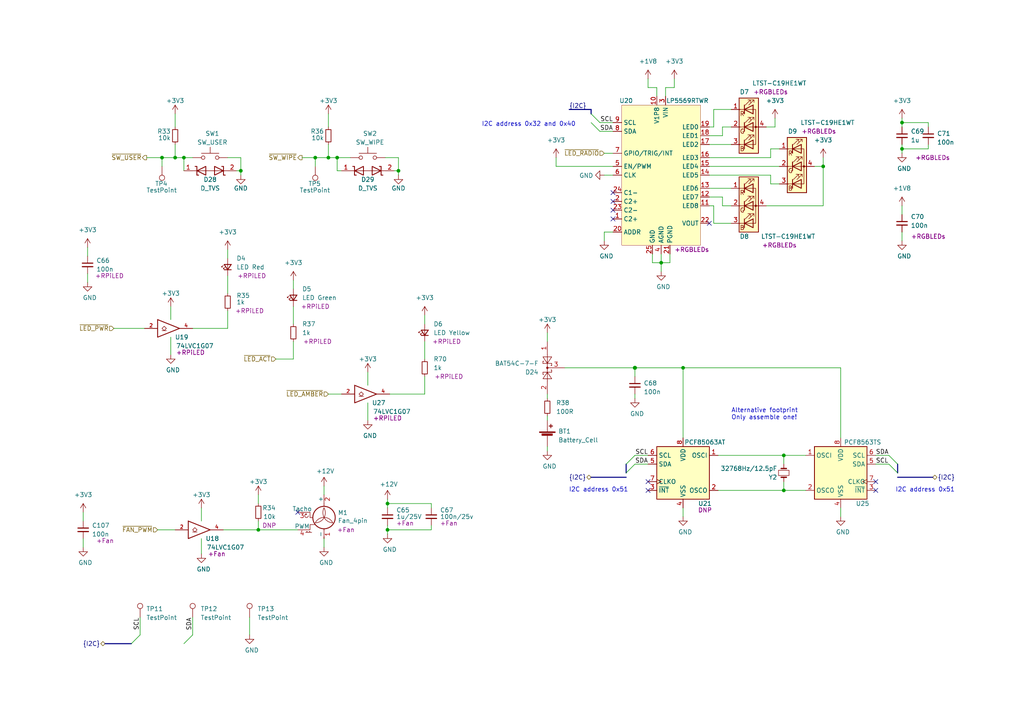
<source format=kicad_sch>
(kicad_sch (version 20210621) (generator eeschema)
  (paper "A4")
  (title_block (title "Control/RTC") (date "2021-08-30") (rev "1.0") (company "Nabu Casa") (comment 1 "www.nabucasa.com") (comment 2 "Amber"))
  (lib_symbols
    (symbol "74xGxx:74LVC1G07" (pin_names (offset 1.016))
      (property "Reference" "U" (at -2.54 3.81 0))
      (property "Value" "74LVC1G07" (at 0 -3.81 0))
      (symbol "74LVC1G07_0_1"
        (polyline (pts (xy -2.54 -0.635) (xy -1.27 -0.635)))
        (polyline (pts (xy -3.81 2.54) (xy -3.81 -2.54) (xy 2.54 0) (xy -3.81 2.54)) (stroke (width 0.254)))
        (polyline (pts (xy -1.905 0.635) (xy -2.54 0) (xy -1.905 -0.635) (xy -1.27 0) (xy -1.905 0.635)))
      )
      (symbol "74LVC1G07_1_1"
        (pin input line (at -7.62 0 0) (length 3.81) (name "~") (number "2"))
        (pin power_in line (at 0 -2.54 270) (length 0) hide (name "GND") (number "3"))
        (pin open_collector line (at 6.35 0 180) (length 3.81) (name "~") (number "4"))
        (pin power_in line (at 0 2.54 90) (length 0) hide (name "VCC") (number "5"))
      )
    )
    (symbol "Amber:D_TVS_Reverse" (pin_names (offset 1.016) hide)
      (property "Reference" "D" (at 0 2.54 0))
      (property "Value" "D_TVS_Reverse" (at 0 -2.54 0))
      (symbol "D_TVS_Reverse_0_1"
        (polyline (pts (xy 5.08 0) (xy -5.08 0)))
        (polyline (pts (xy -4.3688 1.27) (xy -3.8608 1.27) (xy -3.8608 -1.27) (xy -3.3528 -1.27)) (stroke (width 0.254)))
        (polyline (pts (xy -3.81 0) (xy -1.27 1.27) (xy -1.27 -1.27) (xy -3.81 0)) (stroke (width 0.254)))
        (polyline (pts (xy 3.81 0) (xy 1.27 -1.27) (xy 1.27 1.27) (xy 3.81 0)) (stroke (width 0.254)))
        (polyline (pts (xy 4.3688 -1.27) (xy 3.8608 -1.27) (xy 3.8608 1.27) (xy 3.3528 1.27)) (stroke (width 0.254)))
      )
      (symbol "D_TVS_Reverse_1_1"
        (pin passive line (at -7.62 0 0) (length 2.54) (name "A1") (number "1"))
        (pin passive line (at 7.62 0 180) (length 2.54) (name "A2") (number "2"))
      )
    )
    (symbol "Amber:LP5569"
      (property "Reference" "U" (at -10.16 21.59 0))
      (property "Value" "LP5569" (at 7.62 21.59 0))
      (symbol "LP5569_0_1"
        (rectangle (start -11.43 20.32) (end 11.43 -20.32) (stroke (width 0.0006)) (fill (type background)))
      )
      (symbol "LP5569_1_1"
        (pin input line (at -13.97 -12.7 0) (length 2.54) (name "C2+") (number "1"))
        (pin input line (at -1.27 22.86 270) (length 2.54) (name "V1P8") (number "10"))
        (pin output line (at 13.97 -8.89 180) (length 2.54) (name "LED8") (number "11"))
        (pin output line (at 13.97 -6.35 180) (length 2.54) (name "LED7") (number "12"))
        (pin output line (at 13.97 -3.81 180) (length 2.54) (name "LED6") (number "13"))
        (pin output line (at 13.97 0 180) (length 2.54) (name "LED5") (number "14"))
        (pin output line (at 13.97 2.54 180) (length 2.54) (name "LED4") (number "15"))
        (pin output line (at 13.97 5.08 180) (length 2.54) (name "LED3") (number "16"))
        (pin output line (at 13.97 8.89 180) (length 2.54) (name "LED2") (number "17"))
        (pin output line (at 13.97 11.43 180) (length 2.54) (name "LED1") (number "18"))
        (pin output line (at 13.97 13.97 180) (length 2.54) (name "LED0") (number "19"))
        (pin input line (at -13.97 -7.62 0) (length 2.54) (name "C2+") (number "2"))
        (pin input line (at -13.97 -16.51 0) (length 2.54) (name "ADDR") (number "20"))
        (pin input line (at 2.54 -22.86 90) (length 2.54) (name "PGND") (number "21"))
        (pin output line (at 13.97 -13.97 180) (length 2.54) (name "VOUT") (number "22"))
        (pin input line (at -13.97 -10.16 0) (length 2.54) (name "C2-") (number "23"))
        (pin input line (at -13.97 -5.08 0) (length 2.54) (name "C1-") (number "24"))
        (pin input line (at -2.54 -22.86 90) (length 2.54) (name "GND") (number "25"))
        (pin input line (at 1.27 22.86 270) (length 2.54) (name "VIN") (number "3"))
        (pin input line (at 0 -22.86 90) (length 2.54) (name "AGND") (number "4"))
        (pin input line (at -13.97 2.54 0) (length 2.54) (name "EN/PWM") (number "5"))
        (pin input line (at -13.97 0 0) (length 2.54) (name "CLK") (number "6"))
        (pin input line (at -13.97 6.35 0) (length 2.54) (name "GPIO/TRIG/INT") (number "7"))
        (pin bidirectional line (at -13.97 12.7 0) (length 2.54) (name "SDA") (number "8"))
        (pin input line (at -13.97 15.24 0) (length 2.54) (name "SCL") (number "9"))
      )
    )
    (symbol "Connector:TestPoint" (pin_numbers hide) (pin_names (offset 0.762) hide)
      (property "Reference" "TP" (at 0 6.858 0))
      (property "Value" "TestPoint" (at 0 5.08 0))
      (symbol "TestPoint_0_1"
        (circle (center 0 3.302) (radius 0.762))
      )
      (symbol "TestPoint_1_1"
        (pin passive line (at 0 0 90) (length 2.54) (name "1") (number "1"))
      )
    )
    (symbol "Device:Battery_Cell" (pin_numbers hide) (pin_names (offset 0) hide)
      (property "Reference" "BT" (at 2.54 2.54 0))
      (property "Value" "Battery_Cell" (at 2.54 0 0))
      (symbol "Battery_Cell_0_1"
        (rectangle (start -2.286 1.778) (end 2.286 1.524) (fill (type outline)))
        (rectangle (start -1.5748 1.1938) (end 1.4732 0.6858) (fill (type outline)))
        (polyline (pts (xy 0 0.762) (xy 0 0)))
        (polyline (pts (xy 0 1.778) (xy 0 2.54)))
        (polyline (pts (xy 0.508 3.429) (xy 1.524 3.429)) (stroke (width 0.254)))
        (polyline (pts (xy 1.016 3.937) (xy 1.016 2.921)) (stroke (width 0.254)))
      )
      (symbol "Battery_Cell_1_1"
        (pin passive line (at 0 5.08 270) (length 2.54) (name "+") (number "1"))
        (pin passive line (at 0 -2.54 90) (length 2.54) (name "-") (number "2"))
      )
    )
    (symbol "Device:C_Small" (pin_numbers hide) (pin_names (offset 0.254) hide)
      (property "Reference" "C" (at 0.254 1.778 0))
      (property "Value" "C_Small" (at 0.254 -2.032 0))
      (symbol "C_Small_0_1"
        (polyline (pts (xy -1.524 -0.508) (xy 1.524 -0.508)) (stroke (width 0.3302)))
        (polyline (pts (xy -1.524 0.508) (xy 1.524 0.508)) (stroke (width 0.3048)))
      )
      (symbol "C_Small_1_1"
        (pin passive line (at 0 2.54 270) (length 2.032) (name "~") (number "1"))
        (pin passive line (at 0 -2.54 90) (length 2.032) (name "~") (number "2"))
      )
    )
    (symbol "Device:Crystal_Small" (pin_numbers hide) (pin_names (offset 1.016) hide)
      (property "Reference" "Y" (at 0 2.54 0))
      (property "Value" "Crystal_Small" (at 0 -2.54 0))
      (symbol "Crystal_Small_0_1"
        (rectangle (start -0.762 -1.524) (end 0.762 1.524))
        (polyline (pts (xy -1.27 -0.762) (xy -1.27 0.762)) (stroke (width 0.381)))
        (polyline (pts (xy 1.27 -0.762) (xy 1.27 0.762)) (stroke (width 0.381)))
      )
      (symbol "Crystal_Small_1_1"
        (pin passive line (at -2.54 0 0) (length 1.27) (name "1") (number "1"))
        (pin passive line (at 2.54 0 180) (length 1.27) (name "2") (number "2"))
      )
    )
    (symbol "Device:LED_RGBA" (pin_names (offset 0) hide)
      (property "Reference" "D" (at 0 9.398 0))
      (property "Value" "LED_RGBA" (at 0 -8.89 0))
      (symbol "LED_RGBA_0_0"
        (text "B" (at -1.905 -6.35 0) (effects (font (size 1.27 1.27))))
        (text "G" (at -1.905 -1.27 0) (effects (font (size 1.27 1.27))))
        (text "R" (at -1.905 3.81 0) (effects (font (size 1.27 1.27))))
      )
      (symbol "LED_RGBA_0_1"
        (circle (center 2.032 0) (radius 0.254) (fill (type outline)))
        (rectangle (start 1.27 -1.27) (end 1.27 1.27))
        (rectangle (start 1.27 1.27) (end 1.27 1.27))
        (rectangle (start 1.27 3.81) (end 1.27 6.35))
        (rectangle (start 1.27 6.35) (end 1.27 6.35))
        (rectangle (start 2.794 8.382) (end -2.794 -7.62) (stroke (width 0.254)) (fill (type background)))
        (polyline (pts (xy -1.27 -5.08) (xy -2.54 -5.08)))
        (polyline (pts (xy -1.27 -5.08) (xy 1.27 -5.08)))
        (polyline (pts (xy -1.27 -3.81) (xy -1.27 -6.35)) (stroke (width 0.254)))
        (polyline (pts (xy -1.27 0) (xy -2.54 0)))
        (polyline (pts (xy -1.27 1.27) (xy -1.27 -1.27)) (stroke (width 0.254)))
        (polyline (pts (xy -1.27 5.08) (xy -2.54 5.08)))
        (polyline (pts (xy -1.27 5.08) (xy 1.27 5.08)))
        (polyline (pts (xy -1.27 6.35) (xy -1.27 3.81)) (stroke (width 0.254)))
        (polyline (pts (xy 1.27 0) (xy -1.27 0)))
        (polyline (pts (xy 1.27 0) (xy 2.54 0)))
        (polyline (pts (xy -1.27 1.27) (xy -1.27 -1.27) (xy -1.27 -1.27)))
        (polyline (pts (xy -1.27 6.35) (xy -1.27 3.81) (xy -1.27 3.81)))
        (polyline (pts (xy 1.27 -5.08) (xy 2.032 -5.08) (xy 2.032 5.08) (xy 1.27 5.08)))
        (polyline (pts (xy 1.27 -3.81) (xy 1.27 -6.35) (xy -1.27 -5.08) (xy 1.27 -3.81)) (stroke (width 0.254)))
        (polyline (pts (xy 1.27 1.27) (xy 1.27 -1.27) (xy -1.27 0) (xy 1.27 1.27)) (stroke (width 0.254)))
        (polyline (pts (xy 1.27 6.35) (xy 1.27 3.81) (xy -1.27 5.08) (xy 1.27 6.35)) (stroke (width 0.254)))
        (polyline (pts (xy -1.016 -3.81) (xy 0.508 -2.286) (xy -0.254 -2.286) (xy 0.508 -2.286) (xy 0.508 -3.048)))
        (polyline (pts (xy -1.016 1.27) (xy 0.508 2.794) (xy -0.254 2.794) (xy 0.508 2.794) (xy 0.508 2.032)))
        (polyline (pts (xy -1.016 6.35) (xy 0.508 7.874) (xy -0.254 7.874) (xy 0.508 7.874) (xy 0.508 7.112)))
        (polyline (pts (xy 0 -3.81) (xy 1.524 -2.286) (xy 0.762 -2.286) (xy 1.524 -2.286) (xy 1.524 -3.048)))
        (polyline (pts (xy 0 1.27) (xy 1.524 2.794) (xy 0.762 2.794) (xy 1.524 2.794) (xy 1.524 2.032)))
        (polyline (pts (xy 0 6.35) (xy 1.524 7.874) (xy 0.762 7.874) (xy 1.524 7.874) (xy 1.524 7.112)))
      )
      (symbol "LED_RGBA_1_1"
        (pin passive line (at -5.08 5.08 0) (length 2.54) (name "RK") (number "1"))
        (pin passive line (at -5.08 0 0) (length 2.54) (name "GK") (number "2"))
        (pin passive line (at -5.08 -5.08 0) (length 2.54) (name "BK") (number "3"))
        (pin passive line (at 5.08 0 180) (length 2.54) (name "A") (number "4"))
      )
    )
    (symbol "Device:LED_Small" (pin_numbers hide) (pin_names (offset 0.254) hide)
      (property "Reference" "D" (at -1.27 3.175 0))
      (property "Value" "LED_Small" (at -4.445 -2.54 0))
      (symbol "LED_Small_0_1"
        (polyline (pts (xy -0.762 -1.016) (xy -0.762 1.016)) (stroke (width 0.254)))
        (polyline (pts (xy 1.016 0) (xy -0.762 0)))
        (polyline (pts (xy 0.762 -1.016) (xy -0.762 0) (xy 0.762 1.016) (xy 0.762 -1.016)) (stroke (width 0.254)))
        (polyline (pts (xy 0 0.762) (xy -0.508 1.27) (xy -0.254 1.27) (xy -0.508 1.27) (xy -0.508 1.016)))
        (polyline (pts (xy 0.508 1.27) (xy 0 1.778) (xy 0.254 1.778) (xy 0 1.778) (xy 0 1.524)))
      )
      (symbol "LED_Small_1_1"
        (pin passive line (at -2.54 0 0) (length 1.778) (name "K") (number "1"))
        (pin passive line (at 2.54 0 180) (length 1.778) (name "A") (number "2"))
      )
    )
    (symbol "Device:R_Small" (pin_numbers hide) (pin_names (offset 0.254) hide)
      (property "Reference" "R" (at 0.762 0.508 0))
      (property "Value" "R_Small" (at 0.762 -1.016 0))
      (symbol "R_Small_0_1"
        (rectangle (start -0.762 1.778) (end 0.762 -1.778) (stroke (width 0.2032)))
      )
      (symbol "R_Small_1_1"
        (pin passive line (at 0 2.54 270) (length 0.762) (name "~") (number "1"))
        (pin passive line (at 0 -2.54 90) (length 0.762) (name "~") (number "2"))
      )
    )
    (symbol "Diode:BAT54C" (pin_names (offset 1.016))
      (property "Reference" "D" (at 0.635 -3.81 0))
      (property "Value" "BAT54C" (at -6.35 3.175 0))
      (symbol "BAT54C_0_1"
        (circle (center 0 0) (radius 0.254) (fill (type outline)))
        (polyline (pts (xy -1.905 0) (xy 1.905 0)))
        (polyline (pts (xy -1.905 1.27) (xy -1.905 1.016)))
        (polyline (pts (xy -1.27 -1.27) (xy -0.635 -1.27)))
        (polyline (pts (xy -1.27 0) (xy -3.81 0)))
        (polyline (pts (xy -1.27 1.27) (xy -1.905 1.27)))
        (polyline (pts (xy -1.27 1.27) (xy -1.27 -1.27)))
        (polyline (pts (xy -0.635 -1.27) (xy -0.635 -1.016)))
        (polyline (pts (xy 0.635 -1.27) (xy 0.635 -1.016)))
        (polyline (pts (xy 1.27 -1.27) (xy 0.635 -1.27)))
        (polyline (pts (xy 1.27 1.27) (xy 1.27 -1.27)))
        (polyline (pts (xy 1.27 1.27) (xy 1.905 1.27)))
        (polyline (pts (xy 1.905 1.27) (xy 1.905 1.016)))
        (polyline (pts (xy 3.81 0) (xy 1.27 0)))
        (polyline (pts (xy -3.175 -1.27) (xy -3.175 1.27) (xy -1.27 0) (xy -3.175 -1.27)))
        (polyline (pts (xy 3.175 -1.27) (xy 3.175 1.27) (xy 1.27 0) (xy 3.175 -1.27)))
      )
      (symbol "BAT54C_1_1"
        (pin passive line (at -7.62 0 0) (length 3.81) (name "~") (number "1"))
        (pin passive line (at 7.62 0 180) (length 3.81) (name "~") (number "2"))
        (pin passive line (at 0 -5.08 90) (length 5.08) (name "~") (number "3"))
      )
    )
    (symbol "Motor:Fan_4pin" (pin_names (offset 0))
      (property "Reference" "M" (at 2.54 5.08 0))
      (property "Value" "Fan_4pin" (at 2.54 -2.54 0))
      (symbol "Fan_4pin_0_0"
        (arc (start -5.588 1.524) (end -5.08 2.032) (radius (at -5.08 1.524) (length 0.508) (angles 180 90)))
        (arc (start -5.588 1.524) (end -4.572 1.524) (radius (at -5.08 1.524) (length 0.508) (angles -179.9 -0.1)))
        (polyline (pts (xy -5.08 2.032) (xy -5.334 2.159)))
        (polyline (pts (xy -5.08 2.032) (xy -5.207 1.778)))
        (polyline (pts (xy -4.064 2.54) (xy -4.064 1.016) (xy -3.302 1.016)))
      )
      (symbol "Fan_4pin_0_1"
        (arc (start 0 3.81) (end -2.54 -0.508) (radius (at -2.4892 2.3876) (length 2.8702) (angles 29.7 -91)))
        (arc (start -2.54 -0.508) (end 2.54 -0.508) (radius (at 0 -1.778) (length 2.8448) (angles 153.4 26.6)))
        (arc (start 2.54 -0.508) (end 0 3.81) (radius (at 2.6162 2.413) (length 2.921) (angles -91.5 151.9)))
        (circle (center 0 1.016) (radius 3.2512) (stroke (width 0.254)))
        (polyline (pts (xy -4.064 2.54) (xy -5.08 2.54)))
        (polyline (pts (xy 0 -5.08) (xy 0 -4.572)))
        (polyline (pts (xy 0 -2.2352) (xy 0 -2.6416)))
        (polyline (pts (xy 0 4.2672) (xy 0 4.6228)))
        (polyline (pts (xy 0 4.572) (xy 0 5.08)))
        (polyline (pts (xy -2.54 -1.016) (xy -4.064 -1.016) (xy -4.064 -2.54) (xy -5.08 -2.54)))
        (polyline (pts (xy -5.334 -3.302) (xy -5.08 -3.302) (xy -5.08 -3.048) (xy -4.826 -3.048) (xy -4.826 -3.302) (xy -4.318 -3.302) (xy -4.318 -3.048) (xy -4.064 -3.048) (xy -4.064 -3.302) (xy -3.556 -3.302)))
      )
      (symbol "Fan_4pin_1_1"
        (pin passive line (at 0 -5.08 90) (length 2.54) (name "-") (number "1"))
        (pin passive line (at 0 7.62 270) (length 2.54) (name "+") (number "2"))
        (pin passive line (at -7.62 2.54 0) (length 2.54) (name "Tacho") (number "3"))
        (pin input line (at -7.62 -2.54 0) (length 2.54) (name "PWM") (number "4"))
      )
    )
    (symbol "Switch:SW_Push" (pin_numbers hide) (pin_names (offset 1.016) hide)
      (property "Reference" "SW" (at 1.27 2.54 0))
      (property "Value" "SW_Push" (at 0 -1.524 0))
      (symbol "SW_Push_0_1"
        (circle (center -2.032 0) (radius 0.508))
        (circle (center 2.032 0) (radius 0.508))
        (polyline (pts (xy 0 1.27) (xy 0 3.048)))
        (polyline (pts (xy 2.54 1.27) (xy -2.54 1.27)))
        (pin passive line (at -5.08 0 0) (length 2.54) (name "1") (number "1"))
        (pin passive line (at 5.08 0 180) (length 2.54) (name "2") (number "2"))
      )
    )
    (symbol "Timer_RTC:PCF8563T"
      (property "Reference" "U" (at -7.62 8.89 0))
      (property "Value" "PCF8563T" (at 2.54 8.89 0))
      (symbol "PCF8563T_0_1"
        (rectangle (start -7.62 7.62) (end 7.62 -7.62) (stroke (width 0.254)) (fill (type background)))
      )
      (symbol "PCF8563T_1_1"
        (pin input line (at -10.16 5.08 0) (length 2.54) (name "OSCI") (number "1"))
        (pin output line (at -10.16 -5.08 0) (length 2.54) (name "OSCO") (number "2"))
        (pin output line (at 10.16 -5.08 180) (length 2.54) (name "~{INT}") (number "3"))
        (pin power_in line (at 0 -10.16 90) (length 2.54) (name "VSS") (number "4"))
        (pin bidirectional line (at 10.16 2.54 180) (length 2.54) (name "SDA") (number "5"))
        (pin input line (at 10.16 5.08 180) (length 2.54) (name "SCL") (number "6"))
        (pin output clock (at 10.16 -2.54 180) (length 2.54) (name "CLKO") (number "7"))
        (pin power_in line (at 0 10.16 270) (length 2.54) (name "VDD") (number "8"))
      )
    )
    (symbol "Timer_RTC:PCF8563TS"
      (property "Reference" "U" (at -7.62 8.89 0))
      (property "Value" "PCF8563TS" (at 2.54 8.89 0))
      (symbol "PCF8563TS_0_1"
        (rectangle (start -7.62 7.62) (end 7.62 -7.62) (stroke (width 0.254)) (fill (type background)))
      )
      (symbol "PCF8563TS_1_1"
        (pin input line (at -10.16 5.08 0) (length 2.54) (name "OSCI") (number "1"))
        (pin output line (at -10.16 -5.08 0) (length 2.54) (name "OSCO") (number "2"))
        (pin output line (at 10.16 -5.08 180) (length 2.54) (name "~{INT}") (number "3"))
        (pin power_in line (at 0 -10.16 90) (length 2.54) (name "VSS") (number "4"))
        (pin bidirectional line (at 10.16 2.54 180) (length 2.54) (name "SDA") (number "5"))
        (pin input line (at 10.16 5.08 180) (length 2.54) (name "SCL") (number "6"))
        (pin output clock (at 10.16 -2.54 180) (length 2.54) (name "CLKO") (number "7"))
        (pin power_in line (at 0 10.16 270) (length 2.54) (name "VDD") (number "8"))
      )
    )
    (symbol "power:+12V" (power) (pin_names (offset 0))
      (property "Value" "+12V" (at 0 3.556 0))
      (symbol "+12V_0_1"
        (polyline (pts (xy -0.762 1.27) (xy 0 2.54)))
        (polyline (pts (xy 0 0) (xy 0 2.54)))
        (polyline (pts (xy 0 2.54) (xy 0.762 1.27)))
      )
      (symbol "+12V_1_1"
        (pin power_in line (at 0 0 90) (length 0) hide (name "+12V") (number "1"))
      )
    )
    (symbol "power:+1V8" (power) (pin_names (offset 0))
      (property "Value" "+1V8" (at 0 3.556 0))
      (symbol "+1V8_0_1"
        (polyline (pts (xy -0.762 1.27) (xy 0 2.54)))
        (polyline (pts (xy 0 0) (xy 0 2.54)))
        (polyline (pts (xy 0 2.54) (xy 0.762 1.27)))
      )
      (symbol "+1V8_1_1"
        (pin power_in line (at 0 0 90) (length 0) hide (name "+1V8") (number "1"))
      )
    )
    (symbol "power:+3V3" (power) (pin_names (offset 0))
      (property "Value" "+3V3" (at 0 3.556 0))
      (symbol "+3V3_0_1"
        (polyline (pts (xy -0.762 1.27) (xy 0 2.54)))
        (polyline (pts (xy 0 0) (xy 0 2.54)))
        (polyline (pts (xy 0 2.54) (xy 0.762 1.27)))
      )
      (symbol "+3V3_1_1"
        (pin power_in line (at 0 0 90) (length 0) hide (name "+3V3") (number "1"))
      )
    )
    (symbol "power:GND" (power) (pin_names (offset 0))
      (property "Value" "GND" (at 0 -3.81 0))
      (symbol "GND_0_1"
        (polyline (pts (xy 0 0) (xy 0 -1.27) (xy 1.27 -1.27) (xy 0 -2.54) (xy -1.27 -1.27) (xy 0 -1.27)))
      )
      (symbol "GND_1_1"
        (pin power_in line (at 0 0 270) (length 0) hide (name "GND") (number "1"))
      )
    )
  )
  (junction (at 46.99 45.72) (diameter 0.9144))
  (junction (at 50.8 45.72) (diameter 0.9144))
  (junction (at 53.34 45.72) (diameter 0.9144))
  (junction (at 69.85 49.53) (diameter 0.9144))
  (junction (at 74.93 153.67) (diameter 0.9144))
  (junction (at 91.44 45.72) (diameter 0.9144))
  (junction (at 95.25 45.72) (diameter 0.9144))
  (junction (at 97.79 45.72) (diameter 0.9144))
  (junction (at 112.395 146.05) (diameter 0.9144))
  (junction (at 112.395 153.67) (diameter 0.9144))
  (junction (at 115.57 49.53) (diameter 0.9144))
  (junction (at 184.15 106.68) (diameter 1.016))
  (junction (at 191.77 76.2) (diameter 0.9144))
  (junction (at 198.12 106.68) (diameter 0.9144))
  (junction (at 227.33 132.08) (diameter 0.9144))
  (junction (at 227.33 142.24) (diameter 0.9144))
  (junction (at 238.76 48.26) (diameter 0.9144))
  (junction (at 261.62 35.56) (diameter 0.9144))
  (junction (at 261.62 43.18) (diameter 0.9144))
  (no_connect (at 86.36 148.59))
  (no_connect (at 177.8 55.88))
  (no_connect (at 177.8 58.42))
  (no_connect (at 177.8 60.96))
  (no_connect (at 177.8 63.5))
  (no_connect (at 187.96 139.7))
  (no_connect (at 187.96 142.24))
  (no_connect (at 205.74 64.77))
  (no_connect (at 254 139.7))
  (no_connect (at 254 142.24))
  (bus_entry (at 38.1 186.69) (size 2.54 -2.54) (stroke (width 0.1524)))
  (bus_entry (at 53.34 186.69) (size 2.54 -2.54) (stroke (width 0.1524)))
  (bus_entry (at 171.45 33.02) (size 2.54 2.54) (stroke (width 0.1524)))
  (bus_entry (at 171.45 35.56) (size 2.54 2.54) (stroke (width 0.1524)))
  (bus_entry (at 181.61 134.62) (size 2.54 -2.54) (stroke (width 0.1524)))
  (bus_entry (at 181.61 137.16) (size 2.54 -2.54) (stroke (width 0.1524)))
  (bus_entry (at 260.35 134.62) (size -2.54 -2.54) (stroke (width 0.1524)))
  (bus_entry (at 260.35 137.16) (size -2.54 -2.54) (stroke (width 0.1524)))
  (wire (pts (xy 24.13 148.59) (xy 24.13 151.13)))
  (wire (pts (xy 24.13 156.21) (xy 24.13 158.75)))
  (wire (pts (xy 25.4 71.755) (xy 25.4 74.295)))
  (wire (pts (xy 25.4 79.375) (xy 25.4 81.915)))
  (wire (pts (xy 33.02 95.25) (xy 41.91 95.25)))
  (wire (pts (xy 40.64 179.07) (xy 40.64 184.15)))
  (wire (pts (xy 42.545 45.72) (xy 46.99 45.72)))
  (wire (pts (xy 45.72 153.67) (xy 50.8 153.67)))
  (wire (pts (xy 46.99 45.72) (xy 46.99 48.26)))
  (wire (pts (xy 46.99 45.72) (xy 50.8 45.72)))
  (wire (pts (xy 49.53 88.9) (xy 49.53 92.71)))
  (wire (pts (xy 49.53 97.79) (xy 49.53 102.87)))
  (wire (pts (xy 50.8 36.83) (xy 50.8 33.02)))
  (wire (pts (xy 50.8 41.91) (xy 50.8 45.72)))
  (wire (pts (xy 50.8 45.72) (xy 53.34 45.72)))
  (wire (pts (xy 53.34 45.72) (xy 53.34 49.53)))
  (wire (pts (xy 53.34 45.72) (xy 55.88 45.72)))
  (wire (pts (xy 55.88 95.25) (xy 66.04 95.25)))
  (wire (pts (xy 55.88 179.07) (xy 55.88 184.15)))
  (wire (pts (xy 58.42 147.32) (xy 58.42 151.13)))
  (wire (pts (xy 58.42 156.21) (xy 58.42 160.655)))
  (wire (pts (xy 64.77 153.67) (xy 74.93 153.67)))
  (wire (pts (xy 66.04 45.72) (xy 69.85 45.72)))
  (wire (pts (xy 66.04 72.39) (xy 66.04 74.93)))
  (wire (pts (xy 66.04 80.01) (xy 66.04 85.09)))
  (wire (pts (xy 66.04 95.25) (xy 66.04 90.17)))
  (wire (pts (xy 68.58 49.53) (xy 69.85 49.53)))
  (wire (pts (xy 69.85 45.72) (xy 69.85 49.53)))
  (wire (pts (xy 69.85 49.53) (xy 69.85 50.8)))
  (wire (pts (xy 72.39 179.07) (xy 72.39 184.15)))
  (wire (pts (xy 74.93 146.05) (xy 74.93 143.51)))
  (wire (pts (xy 74.93 151.13) (xy 74.93 153.67)))
  (wire (pts (xy 74.93 153.67) (xy 86.36 153.67)))
  (wire (pts (xy 80.01 104.14) (xy 85.09 104.14)))
  (wire (pts (xy 85.09 81.28) (xy 85.09 83.82)))
  (wire (pts (xy 85.09 88.9) (xy 85.09 93.98)))
  (wire (pts (xy 85.09 99.06) (xy 85.09 104.14)))
  (wire (pts (xy 87.63 45.72) (xy 91.44 45.72)))
  (wire (pts (xy 91.44 45.72) (xy 91.44 48.26)))
  (wire (pts (xy 91.44 45.72) (xy 95.25 45.72)))
  (wire (pts (xy 93.98 140.97) (xy 93.98 143.51)))
  (wire (pts (xy 93.98 156.21) (xy 93.98 158.75)))
  (wire (pts (xy 95.25 36.83) (xy 95.25 33.02)))
  (wire (pts (xy 95.25 41.91) (xy 95.25 45.72)))
  (wire (pts (xy 95.25 45.72) (xy 97.79 45.72)))
  (wire (pts (xy 95.25 114.3) (xy 99.06 114.3)))
  (wire (pts (xy 97.79 45.72) (xy 101.6 45.72)))
  (wire (pts (xy 97.79 49.53) (xy 97.79 45.72)))
  (wire (pts (xy 97.79 49.53) (xy 99.06 49.53)))
  (wire (pts (xy 106.68 107.95) (xy 106.68 111.76)))
  (wire (pts (xy 106.68 116.84) (xy 106.68 121.92)))
  (wire (pts (xy 111.76 45.72) (xy 115.57 45.72)))
  (wire (pts (xy 112.395 144.78) (xy 112.395 146.05)))
  (wire (pts (xy 112.395 146.05) (xy 112.395 147.32)))
  (wire (pts (xy 112.395 146.05) (xy 125.095 146.05)))
  (wire (pts (xy 112.395 152.4) (xy 112.395 153.67)))
  (wire (pts (xy 112.395 153.67) (xy 112.395 154.94)))
  (wire (pts (xy 112.395 153.67) (xy 125.095 153.67)))
  (wire (pts (xy 113.03 114.3) (xy 123.19 114.3)))
  (wire (pts (xy 114.3 49.53) (xy 115.57 49.53)))
  (wire (pts (xy 115.57 45.72) (xy 115.57 49.53)))
  (wire (pts (xy 115.57 49.53) (xy 115.57 50.8)))
  (wire (pts (xy 123.19 91.44) (xy 123.19 93.98)))
  (wire (pts (xy 123.19 99.06) (xy 123.19 104.14)))
  (wire (pts (xy 123.19 109.22) (xy 123.19 114.3)))
  (wire (pts (xy 125.095 147.32) (xy 125.095 146.05)))
  (wire (pts (xy 125.095 152.4) (xy 125.095 153.67)))
  (wire (pts (xy 158.75 96.52) (xy 158.75 99.06)))
  (wire (pts (xy 158.75 114.3) (xy 158.75 115.57)))
  (wire (pts (xy 158.75 120.65) (xy 158.75 121.92)))
  (wire (pts (xy 158.75 129.54) (xy 158.75 130.81)))
  (wire (pts (xy 161.29 45.72) (xy 161.29 48.26)))
  (wire (pts (xy 161.29 48.26) (xy 177.8 48.26)))
  (wire (pts (xy 163.83 106.68) (xy 184.15 106.68)))
  (wire (pts (xy 175.26 44.45) (xy 177.8 44.45)))
  (wire (pts (xy 175.26 50.8) (xy 177.8 50.8)))
  (wire (pts (xy 175.26 67.31) (xy 177.8 67.31)))
  (wire (pts (xy 175.26 69.85) (xy 175.26 67.31)))
  (wire (pts (xy 177.8 35.56) (xy 173.99 35.56)))
  (wire (pts (xy 177.8 38.1) (xy 173.99 38.1)))
  (wire (pts (xy 184.15 106.68) (xy 184.15 109.22)))
  (wire (pts (xy 184.15 106.68) (xy 198.12 106.68)))
  (wire (pts (xy 184.15 114.3) (xy 184.15 115.57)))
  (wire (pts (xy 187.96 22.86) (xy 187.96 25.4)))
  (wire (pts (xy 187.96 25.4) (xy 190.5 25.4)))
  (wire (pts (xy 187.96 132.08) (xy 184.15 132.08)))
  (wire (pts (xy 187.96 134.62) (xy 184.15 134.62)))
  (wire (pts (xy 189.23 73.66) (xy 189.23 76.2)))
  (wire (pts (xy 189.23 76.2) (xy 191.77 76.2)))
  (wire (pts (xy 190.5 25.4) (xy 190.5 27.94)))
  (wire (pts (xy 191.77 73.66) (xy 191.77 76.2)))
  (wire (pts (xy 191.77 76.2) (xy 191.77 78.74)))
  (wire (pts (xy 191.77 76.2) (xy 194.31 76.2)))
  (wire (pts (xy 193.04 25.4) (xy 193.04 27.94)))
  (wire (pts (xy 194.31 76.2) (xy 194.31 73.66)))
  (wire (pts (xy 195.58 22.86) (xy 195.58 25.4)))
  (wire (pts (xy 195.58 25.4) (xy 193.04 25.4)))
  (wire (pts (xy 198.12 106.68) (xy 198.12 127)))
  (wire (pts (xy 198.12 147.32) (xy 198.12 149.86)))
  (wire (pts (xy 205.74 36.83) (xy 207.01 36.83)))
  (wire (pts (xy 205.74 39.37) (xy 209.55 39.37)))
  (wire (pts (xy 205.74 41.91) (xy 212.09 41.91)))
  (wire (pts (xy 205.74 45.72) (xy 223.52 45.72)))
  (wire (pts (xy 205.74 48.26) (xy 226.06 48.26)))
  (wire (pts (xy 205.74 50.8) (xy 223.52 50.8)))
  (wire (pts (xy 205.74 54.61) (xy 212.09 54.61)))
  (wire (pts (xy 205.74 57.15) (xy 209.55 57.15)))
  (wire (pts (xy 205.74 59.69) (xy 207.01 59.69)))
  (wire (pts (xy 207.01 31.75) (xy 212.09 31.75)))
  (wire (pts (xy 207.01 36.83) (xy 207.01 31.75)))
  (wire (pts (xy 207.01 59.69) (xy 207.01 64.77)))
  (wire (pts (xy 207.01 64.77) (xy 212.09 64.77)))
  (wire (pts (xy 208.28 132.08) (xy 227.33 132.08)))
  (wire (pts (xy 208.28 142.24) (xy 227.33 142.24)))
  (wire (pts (xy 209.55 36.83) (xy 212.09 36.83)))
  (wire (pts (xy 209.55 39.37) (xy 209.55 36.83)))
  (wire (pts (xy 209.55 57.15) (xy 209.55 59.69)))
  (wire (pts (xy 209.55 59.69) (xy 212.09 59.69)))
  (wire (pts (xy 222.25 36.83) (xy 224.79 36.83)))
  (wire (pts (xy 222.25 59.69) (xy 238.76 59.69)))
  (wire (pts (xy 223.52 43.18) (xy 226.06 43.18)))
  (wire (pts (xy 223.52 45.72) (xy 223.52 43.18)))
  (wire (pts (xy 223.52 50.8) (xy 223.52 53.34)))
  (wire (pts (xy 223.52 53.34) (xy 226.06 53.34)))
  (wire (pts (xy 224.79 34.29) (xy 224.79 36.83)))
  (wire (pts (xy 227.33 132.08) (xy 233.68 132.08)))
  (wire (pts (xy 227.33 134.62) (xy 227.33 132.08)))
  (wire (pts (xy 227.33 139.7) (xy 227.33 142.24)))
  (wire (pts (xy 227.33 142.24) (xy 233.68 142.24)))
  (wire (pts (xy 236.22 48.26) (xy 238.76 48.26)))
  (wire (pts (xy 238.76 48.26) (xy 238.76 45.72)))
  (wire (pts (xy 238.76 59.69) (xy 238.76 48.26)))
  (wire (pts (xy 243.84 106.68) (xy 198.12 106.68)))
  (wire (pts (xy 243.84 127) (xy 243.84 106.68)))
  (wire (pts (xy 243.84 147.32) (xy 243.84 149.86)))
  (wire (pts (xy 254 132.08) (xy 257.81 132.08)))
  (wire (pts (xy 254 134.62) (xy 257.81 134.62)))
  (wire (pts (xy 261.62 34.29) (xy 261.62 35.56)))
  (wire (pts (xy 261.62 35.56) (xy 261.62 36.83)))
  (wire (pts (xy 261.62 41.91) (xy 261.62 43.18)))
  (wire (pts (xy 261.62 43.18) (xy 261.62 44.45)))
  (wire (pts (xy 261.62 43.18) (xy 269.24 43.18)))
  (wire (pts (xy 261.62 59.69) (xy 261.62 62.23)))
  (wire (pts (xy 261.62 67.31) (xy 261.62 69.85)))
  (wire (pts (xy 269.24 35.56) (xy 261.62 35.56)))
  (wire (pts (xy 269.24 36.83) (xy 269.24 35.56)))
  (wire (pts (xy 269.24 41.91) (xy 269.24 43.18)))
  (bus (pts (xy 30.48 186.69) (xy 53.34 186.69)))
  (bus (pts (xy 165.1 31.75) (xy 171.45 31.75)))
  (bus (pts (xy 171.45 31.75) (xy 171.45 35.56)))
  (bus (pts (xy 181.61 134.62) (xy 181.61 138.43)))
  (bus (pts (xy 181.61 138.43) (xy 171.45 138.43)))
  (bus (pts (xy 260.35 134.62) (xy 260.35 138.43)))
  (bus (pts (xy 260.35 138.43) (xy 270.51 138.43)))
  (text "I2C address 0x32 and 0x40" (at 139.7 36.83 0) (effects (font (size 1.27 1.27)) (justify left bottom)))
  (text "I2C address 0x51" (at 182.245 142.875 180) (effects (font (size 1.27 1.27)) (justify right bottom)))
  (text "Alternative footprint\nOnly assemble one!" (at 212.09 121.92 0) (effects (font (size 1.27 1.27)) (justify left bottom)))
  (text "I2C address 0x51" (at 259.715 142.875 0) (effects (font (size 1.27 1.27)) (justify left bottom)))
  (label "SCL" (at 40.64 179.07 270))
  (label "SDA" (at 55.88 179.07 270))
  (label "{I2C}" (at 165.1 31.75 0))
  (label "SCL" (at 177.8 35.56 180))
  (label "SDA" (at 177.8 38.1 180))
  (label "SCL" (at 187.96 132.08 180))
  (label "SDA" (at 187.96 134.62 180))
  (label "SDA" (at 254 132.08 0))
  (label "SCL" (at 254 134.62 0))
  (hierarchical_label "{I2C}" (shape bidirectional) (at 30.48 186.69 180))
  (hierarchical_label "~{LED_PWR}" (shape input) (at 33.02 95.25 180))
  (hierarchical_label "~{SW_USER}" (shape output) (at 42.545 45.72 180))
  (hierarchical_label "~{FAN_PWM}" (shape input) (at 45.72 153.67 180))
  (hierarchical_label "~{LED_ACT}" (shape input) (at 80.01 104.14 180))
  (hierarchical_label "~{SW_WIPE}" (shape output) (at 87.63 45.72 180))
  (hierarchical_label "~{LED_AMBER}" (shape input) (at 95.25 114.3 180))
  (hierarchical_label "{I2C}" (shape bidirectional) (at 171.45 138.43 180))
  (hierarchical_label "~{LED_RADIO}" (shape input) (at 175.26 44.45 180))
  (hierarchical_label "{I2C}" (shape bidirectional) (at 270.51 138.43 0))
  (symbol (lib_id "power:+3V3") (at 24.13 148.59 0) (unit 1)
    (property "Reference" "#PWR027" (effects hide))
    (property "Value" "+3V3" (at 24.13 143.51 0))
  )
  (symbol (lib_id "power:+3V3") (at 25.4 71.755 0) (unit 1)
    (property "Reference" "#PWR0129" (effects hide))
    (property "Value" "+3V3" (at 25.4 66.675 0))
  )
  (symbol (lib_id "power:+3V3") (at 49.53 88.9 0) (unit 1)
    (property "Reference" "#PWR0117" (effects hide))
    (property "Value" "+3V3" (at 49.53 85.09 0))
  )
  (symbol (lib_id "power:+3V3") (at 50.8 33.02 0) (unit 1)
    (property "Reference" "#PWR0114" (effects hide))
    (property "Value" "+3V3" (at 50.8 29.21 0))
  )
  (symbol (lib_id "power:+3V3") (at 58.42 147.32 0) (unit 1)
    (property "Reference" "#PWR0115" (effects hide))
    (property "Value" "+3V3" (at 58.42 143.51 0))
  )
  (symbol (lib_id "power:+3V3") (at 66.04 72.39 0) (unit 1)
    (property "Reference" "#PWR0121" (effects hide))
    (property "Value" "+3V3" (at 66.04 67.31 0))
  )
  (symbol (lib_id "power:+3V3") (at 74.93 143.51 0) (unit 1)
    (property "Reference" "#PWR0120" (effects hide))
    (property "Value" "+3V3" (at 74.93 139.7 0))
  )
  (symbol (lib_id "power:+3V3") (at 85.09 81.28 0) (unit 1)
    (property "Reference" "#PWR0128" (effects hide))
    (property "Value" "+3V3" (at 85.09 76.2 0))
  )
  (symbol (lib_id "power:+12V") (at 93.98 140.97 0) (unit 1)
    (property "Reference" "#PWR0123" (effects hide))
    (property "Value" "+12V" (at 94.3483 136.6456 0))
  )
  (symbol (lib_id "power:+3V3") (at 95.25 33.02 0) (unit 1)
    (property "Reference" "#PWR0122" (effects hide))
    (property "Value" "+3V3" (at 95.25 29.21 0))
  )
  (symbol (lib_id "power:+3V3") (at 106.68 107.95 0) (unit 1)
    (property "Reference" "#PWR0214" (effects hide))
    (property "Value" "+3V3" (at 106.68 104.14 0))
  )
  (symbol (lib_id "power:+12V") (at 112.395 144.78 0) (unit 1)
    (property "Reference" "#PWR0126" (effects hide))
    (property "Value" "+12V" (at 112.7633 140.4556 0))
  )
  (symbol (lib_id "power:+3V3") (at 123.19 91.44 0) (unit 1)
    (property "Reference" "#PWR0204" (effects hide))
    (property "Value" "+3V3" (at 123.19 86.36 0))
  )
  (symbol (lib_id "power:+3V3") (at 158.75 96.52 0) (unit 1)
    (property "Reference" "#PWR0136" (effects hide))
    (property "Value" "+3V3" (at 158.75 92.71 0))
  )
  (symbol (lib_id "power:+3V3") (at 161.29 45.72 0) (unit 1)
    (property "Reference" "#PWR0131" (effects hide))
    (property "Value" "+3V3" (at 161.29 40.64 0))
  )
  (symbol (lib_id "power:+1V8") (at 187.96 22.86 0) (unit 1)
    (property "Reference" "#PWR0134" (effects hide))
    (property "Value" "+1V8" (at 187.96 17.78 0))
  )
  (symbol (lib_id "power:+3V3") (at 195.58 22.86 0) (unit 1)
    (property "Reference" "#PWR0138" (effects hide))
    (property "Value" "+3V3" (at 195.58 17.78 0))
  )
  (symbol (lib_id "power:+3V3") (at 224.79 34.29 0) (unit 1)
    (property "Reference" "#PWR0140" (effects hide))
    (property "Value" "+3V3" (at 224.79 29.21 0))
  )
  (symbol (lib_id "power:+3V3") (at 238.76 45.72 0) (unit 1)
    (property "Reference" "#PWR0142" (effects hide))
    (property "Value" "+3V3" (at 238.76 40.64 0))
  )
  (symbol (lib_id "power:+3V3") (at 261.62 34.29 0) (unit 1)
    (property "Reference" "#PWR0143" (effects hide))
    (property "Value" "+3V3" (at 261.62 29.21 0))
  )
  (symbol (lib_id "power:+1V8") (at 261.62 59.69 0) (unit 1)
    (property "Reference" "#PWR0145" (effects hide))
    (property "Value" "+1V8" (at 261.62 54.61 0))
  )
  (symbol (lib_id "Connector:TestPoint") (at 40.64 179.07 0) (unit 1)
    (property "Reference" "TP11" (at 42.418 176.5934 0) (effects (justify left)))
    (property "Value" "TestPoint" (at 42.418 179.1334 0) (effects (justify left)))
    (property "Footprint" "TestPoint:TestPoint_Pad_D1.0mm" (effects hide))
  )
  (symbol (lib_id "Connector:TestPoint") (at 46.99 48.26 180) (unit 1)
    (property "Reference" "TP4" (at 44.958 53.2764 0) (effects (justify right)))
    (property "Value" "TestPoint" (at 42.418 55.1814 0) (effects (justify right)))
    (property "Footprint" "TestPoint:TestPoint_Pad_D1.0mm" (effects hide))
  )
  (symbol (lib_id "Connector:TestPoint") (at 55.88 179.07 0) (unit 1)
    (property "Reference" "TP12" (at 58.166 176.5934 0) (effects (justify left)))
    (property "Value" "TestPoint" (at 58.166 179.1334 0) (effects (justify left)))
    (property "Footprint" "TestPoint:TestPoint_Pad_D1.0mm" (effects hide))
  )
  (symbol (lib_id "Connector:TestPoint") (at 72.39 179.07 0) (unit 1)
    (property "Reference" "TP13" (at 74.676 176.5934 0) (effects (justify left)))
    (property "Value" "TestPoint" (at 74.676 179.1334 0) (effects (justify left)))
    (property "Footprint" "TestPoint:TestPoint_Pad_D1.0mm" (effects hide))
  )
  (symbol (lib_id "Connector:TestPoint") (at 91.44 48.26 180) (unit 1)
    (property "Reference" "TP5" (at 89.408 53.2764 0) (effects (justify right)))
    (property "Value" "TestPoint" (at 86.868 55.1814 0) (effects (justify right)))
    (property "Footprint" "TestPoint:TestPoint_Pad_D1.0mm" (effects hide))
  )
  (symbol (lib_id "power:GND") (at 24.13 158.75 0) (unit 1)
    (property "Reference" "#PWR0196" (effects hide))
    (property "Value" "GND" (at 24.765 163.195 0))
  )
  (symbol (lib_id "power:GND") (at 25.4 81.915 0) (unit 1)
    (property "Reference" "#PWR0130" (effects hide))
    (property "Value" "GND" (at 26.035 86.36 0))
  )
  (symbol (lib_id "power:GND") (at 49.53 102.87 0) (unit 1)
    (property "Reference" "#PWR0118" (effects hide))
    (property "Value" "GND" (at 50.165 107.315 0))
  )
  (symbol (lib_id "power:GND") (at 58.42 160.655 0) (unit 1)
    (property "Reference" "#PWR0116" (effects hide))
    (property "Value" "GND" (at 59.055 165.1 0))
  )
  (symbol (lib_id "power:GND") (at 69.85 50.8 0) (unit 1)
    (property "Reference" "#PWR0119" (effects hide))
    (property "Value" "GND" (at 69.85 54.61 0))
  )
  (symbol (lib_id "power:GND") (at 72.39 184.15 0) (unit 1)
    (property "Reference" "#PWR0213" (effects hide))
    (property "Value" "GND" (at 73.025 188.595 0))
  )
  (symbol (lib_id "power:GND") (at 93.98 158.75 0) (unit 1)
    (property "Reference" "#PWR0124" (effects hide))
    (property "Value" "GND" (at 94.615 163.195 0))
  )
  (symbol (lib_id "power:GND") (at 106.68 121.92 0) (unit 1)
    (property "Reference" "#PWR0215" (effects hide))
    (property "Value" "GND" (at 107.315 126.365 0))
  )
  (symbol (lib_id "power:GND") (at 112.395 154.94 0) (unit 1)
    (property "Reference" "#PWR0127" (effects hide))
    (property "Value" "GND" (at 113.03 159.385 0))
  )
  (symbol (lib_id "power:GND") (at 115.57 50.8 0) (unit 1)
    (property "Reference" "#PWR0125" (effects hide))
    (property "Value" "GND" (at 115.57 54.61 0))
  )
  (symbol (lib_id "power:GND") (at 158.75 130.81 0) (unit 1)
    (property "Reference" "#PWR0137" (effects hide))
    (property "Value" "GND" (at 159.385 135.255 0))
  )
  (symbol (lib_id "power:GND") (at 175.26 50.8 270) (unit 1)
    (property "Reference" "#PWR0132" (effects hide))
    (property "Value" "GND" (at 172.085 50.9143 90) (effects (justify right)))
  )
  (symbol (lib_id "power:GND") (at 175.26 69.85 0) (unit 1)
    (property "Reference" "#PWR0133" (effects hide))
    (property "Value" "GND" (at 175.895 74.295 0))
  )
  (symbol (lib_id "power:GND") (at 184.15 115.57 0) (unit 1)
    (property "Reference" "#PWR0139" (effects hide))
    (property "Value" "GND" (at 184.785 120.015 0))
  )
  (symbol (lib_id "power:GND") (at 191.77 78.74 0) (unit 1)
    (property "Reference" "#PWR0135" (effects hide))
    (property "Value" "GND" (at 192.405 83.185 0))
  )
  (symbol (lib_id "power:GND") (at 198.12 149.86 0) (unit 1)
    (property "Reference" "#PWR0141" (effects hide))
    (property "Value" "GND" (at 198.755 154.305 0))
  )
  (symbol (lib_id "power:GND") (at 243.84 149.86 0) (unit 1)
    (property "Reference" "#PWR0203" (effects hide))
    (property "Value" "GND" (at 244.475 154.305 0))
  )
  (symbol (lib_id "power:GND") (at 261.62 44.45 0) (unit 1)
    (property "Reference" "#PWR0144" (effects hide))
    (property "Value" "GND" (at 262.255 48.895 0))
  )
  (symbol (lib_id "power:GND") (at 261.62 69.85 0) (unit 1)
    (property "Reference" "#PWR0146" (effects hide))
    (property "Value" "GND" (at 262.255 74.295 0))
  )
  (symbol (lib_id "Device:R_Small") (at 50.8 39.37 180) (unit 1)
    (property "Reference" "R33" (at 49.53 38.1 0) (effects (justify left)))
    (property "Value" "10k" (at 49.53 40.005 0) (effects (justify left)))
    (property "Footprint" "Resistor_SMD:R_0402_1005Metric" (effects hide))
  )
  (symbol (lib_id "Device:R_Small") (at 66.04 87.63 0) (unit 1)
    (property "Reference" "R35" (at 68.58 85.725 0) (effects (justify left)))
    (property "Value" "1k" (at 68.58 87.63 0) (effects (justify left)))
    (property "Footprint" "Resistor_SMD:R_0402_1005Metric" (effects hide))
    (property "Config" "+RPiLED" (at 72.39 90.17 0))
  )
  (symbol (lib_id "Device:R_Small") (at 74.93 148.59 180) (unit 1)
    (property "Reference" "R34" (at 80.01 147.32 0) (effects (justify left)))
    (property "Value" "10k" (at 80.01 149.86 0) (effects (justify left)))
    (property "Footprint" "Resistor_SMD:R_0402_1005Metric" (effects hide))
    (property "Config" "DNP" (at 78.105 152.4 0))
  )
  (symbol (lib_id "Device:R_Small") (at 85.09 96.52 0) (unit 1)
    (property "Reference" "R37" (at 87.63 93.98 0) (effects (justify left)))
    (property "Value" "1k" (at 87.63 96.52 0) (effects (justify left)))
    (property "Footprint" "Resistor_SMD:R_0402_1005Metric" (effects hide))
    (property "Config" "+RPiLED" (at 92.075 99.06 0))
  )
  (symbol (lib_id "Device:R_Small") (at 95.25 39.37 180) (unit 1)
    (property "Reference" "R36" (at 93.98 38.1 0) (effects (justify left)))
    (property "Value" "10k" (at 93.98 40.005 0) (effects (justify left)))
    (property "Footprint" "Resistor_SMD:R_0402_1005Metric" (effects hide))
  )
  (symbol (lib_id "Device:R_Small") (at 123.19 106.68 0) (unit 1)
    (property "Reference" "R70" (at 125.73 104.14 0) (effects (justify left)))
    (property "Value" "1k" (at 125.73 106.68 0) (effects (justify left)))
    (property "Footprint" "Resistor_SMD:R_0402_1005Metric" (effects hide))
    (property "Config" "+RPiLED" (at 130.175 109.22 0))
  )
  (symbol (lib_id "Device:R_Small") (at 158.75 118.11 0) (unit 1)
    (property "Reference" "R38" (at 161.29 116.84 0) (effects (justify left)))
    (property "Value" "100R" (at 161.29 119.38 0) (effects (justify left)))
    (property "Footprint" "Resistor_SMD:R_0402_1005Metric" (effects hide))
  )
  (symbol (lib_id "Device:LED_Small") (at 66.04 77.47 90) (unit 1)
    (property "Reference" "D4" (at 68.58 74.93 90) (effects (justify right)))
    (property "Value" "LED Red" (at 68.58 77.47 90) (effects (justify right)))
    (property "Footprint" "LED_SMD:LED_0603_1608Metric" (effects hide))
    (property "Datasheet" "https://datasheet.lcsc.com/lcsc/1811101510_Everlight-Elec-19-217-R6C-AL1M2VY-3T_C72044.pdf" (effects hide))
    (property "Manufacturer" "Everlight Elec" (effects hide))
    (property "PartNumber" "19-217/R6C-AL1M2VY/3T" (effects hide))
    (property "Config" "+RPiLED" (at 73.025 80.01 90))
  )
  (symbol (lib_id "Device:LED_Small") (at 85.09 86.36 90) (unit 1)
    (property "Reference" "D5" (at 87.63 83.82 90) (effects (justify right)))
    (property "Value" "LED Green" (at 87.63 86.36 90) (effects (justify right)))
    (property "Footprint" "LED_SMD:LED_0603_1608Metric" (effects hide))
    (property "Datasheet" "https://datasheet.lcsc.com/lcsc/1811101510_Everlight-Elec-19-217-GHC-YR1S2-3T_C72043.pdf" (effects hide))
    (property "Manufacturer" "Everlight Elec" (effects hide))
    (property "PartNumber" "19-217/GHC-YR1S2/3T" (effects hide))
    (property "Config" "+RPiLED" (at 91.44 88.9 90))
  )
  (symbol (lib_id "Device:LED_Small") (at 123.19 96.52 90) (unit 1)
    (property "Reference" "D6" (at 125.73 93.98 90) (effects (justify right)))
    (property "Value" "LED Yellow" (at 125.73 96.52 90) (effects (justify right)))
    (property "Footprint" "LED_SMD:LED_0603_1608Metric" (effects hide))
    (property "Datasheet" "https://datasheet.lcsc.com/lcsc/1810101813_Everlight-Elec-19-213-Y2C-CQ2R2L-3T-CY_C72038.pdf" (effects hide))
    (property "Manufacturer" "Everlight Elec" (effects hide))
    (property "PartNumber" "19-213/Y2C-CQ2R2L/3T(CY)" (effects hide))
    (property "Config" "+RPiLED" (at 129.54 99.06 90))
  )
  (symbol (lib_id "Device:Crystal_Small") (at 227.33 137.16 270) (unit 1)
    (property "Reference" "Y2" (at 225.425 138.43 90) (effects (justify right)))
    (property "Value" "32768Hz{slash}12.5pF" (at 225.425 135.89 90) (effects (justify right)))
    (property "Footprint" "Crystal:Crystal_SMD_3215-2Pin_3.2x1.5mm" (effects hide))
    (property "Manufacturer" "Yangxing Tech" (effects hide))
    (property "PartNumber" "X321532768KGD2SI" (effects hide))
  )
  (symbol (lib_id "Device:C_Small") (at 24.13 153.67 0) (unit 1)
    (property "Reference" "C107" (at 26.67 152.4 0) (effects (justify left)))
    (property "Value" "100n" (at 26.67 154.94 0) (effects (justify left)))
    (property "Footprint" "Capacitor_SMD:C_0402_1005Metric" (effects hide))
    (property "Config" "+Fan" (at 30.48 156.845 0))
  )
  (symbol (lib_id "Device:C_Small") (at 25.4 76.835 0) (unit 1)
    (property "Reference" "C66" (at 27.94 75.565 0) (effects (justify left)))
    (property "Value" "100n" (at 27.94 78.105 0) (effects (justify left)))
    (property "Footprint" "Capacitor_SMD:C_0402_1005Metric" (effects hide))
    (property "Config" "+RPiLED" (at 31.75 80.01 0))
  )
  (symbol (lib_id "Device:C_Small") (at 112.395 149.86 0) (unit 1)
    (property "Reference" "C65" (at 114.935 147.955 0) (effects (justify left)))
    (property "Value" "1u/25V" (at 114.935 149.86 0) (effects (justify left)))
    (property "Footprint" "Capacitor_SMD:C_0402_1005Metric" (effects hide))
    (property "Config" "+Fan" (at 117.475 151.765 0))
  )
  (symbol (lib_id "Device:C_Small") (at 125.095 149.86 0) (unit 1)
    (property "Reference" "C67" (at 127.635 147.955 0) (effects (justify left)))
    (property "Value" "100n/25v" (at 127.635 149.86 0) (effects (justify left)))
    (property "Footprint" "Capacitor_SMD:C_0402_1005Metric" (effects hide))
    (property "Config" "+Fan" (at 130.175 151.765 0))
  )
  (symbol (lib_id "Device:C_Small") (at 184.15 111.76 0) (unit 1)
    (property "Reference" "C68" (at 186.69 111.125 0) (effects (justify left)))
    (property "Value" "100n" (at 186.69 113.665 0) (effects (justify left)))
    (property "Footprint" "Capacitor_SMD:C_0402_1005Metric" (effects hide))
  )
  (symbol (lib_id "Device:C_Small") (at 261.62 39.37 0) (unit 1)
    (property "Reference" "C69" (at 264.16 38.1 0) (effects (justify left)))
    (property "Value" "1u" (at 264.16 40.64 0) (effects (justify left)))
    (property "Footprint" "Capacitor_SMD:C_0402_1005Metric" (effects hide))
    (property "Config" "+RGBLEDs" (at 270.51 45.72 0))
  )
  (symbol (lib_id "Device:C_Small") (at 261.62 64.77 0) (unit 1)
    (property "Reference" "C70" (at 264.16 62.865 0) (effects (justify left)))
    (property "Value" "100n" (at 264.16 65.405 0) (effects (justify left)))
    (property "Footprint" "Capacitor_SMD:C_0402_1005Metric" (effects hide))
    (property "Config" "+RGBLEDs" (at 269.24 68.58 0))
  )
  (symbol (lib_id "Device:C_Small") (at 269.24 39.37 0) (unit 1)
    (property "Reference" "C71" (at 271.78 38.735 0) (effects (justify left)))
    (property "Value" "100n" (at 271.78 41.275 0) (effects (justify left)))
    (property "Footprint" "Capacitor_SMD:C_0402_1005Metric" (effects hide))
    (property "Config" "+RGBLEDs" (effects hide))
  )
  (symbol (lib_id "Device:Battery_Cell") (at 158.75 127 0) (unit 1)
    (property "Reference" "BT1" (at 161.925 125.095 0) (effects (justify left)))
    (property "Value" "Battery_Cell" (at 161.925 127.635 0) (effects (justify left)))
    (property "Footprint" "Battery:BatteryHolder_Keystone_1060_1x2032" (effects hide))
    (property "Manufacturer" "Keystone" (effects hide))
    (property "PartNumber" "1060" (effects hide))
  )
  (symbol (lib_id "Switch:SW_Push") (at 60.96 45.72 0) (unit 1)
    (property "Reference" "SW1" (at 61.595 38.735 0))
    (property "Value" "SW_USER" (at 61.595 41.275 0))
    (property "Footprint" "Button_Switch_THT:SW_Tactile_SPST_Angled_PTS645Vx83-2LFS" (effects hide))
    (property "Manufacturer" "C&K" (effects hide))
    (property "PartNumber" "PTS645VM83-2 LFS" (effects hide))
  )
  (symbol (lib_id "Switch:SW_Push") (at 106.68 45.72 0) (unit 1)
    (property "Reference" "SW2" (at 107.315 38.735 0))
    (property "Value" "SW_WIPE" (at 107.315 41.275 0))
    (property "Footprint" "Button_Switch_THT:SW_Tactile_SPST_Angled_PTS645Vx58-2LFS" (effects hide))
    (property "Manufacturer" "C&K" (effects hide))
    (property "PartNumber" "PTS645VK58-2 LFS" (effects hide))
  )
  (symbol (lib_id "Amber:D_TVS_Reverse") (at 60.96 49.53 0) (unit 1)
    (property "Reference" "D28" (at 60.96 52.07 0))
    (property "Value" "D_TVS" (at 60.96 54.61 0))
    (property "Footprint" "Diode_SMD:D_0402_1005Metric" (effects hide))
    (property "Manufacturer" "Texas Instruments" (effects hide))
    (property "PartNumber" "TPD1E10B09QDPYRQ1" (effects hide))
  )
  (symbol (lib_id "Amber:D_TVS_Reverse") (at 106.68 49.53 0) (unit 1)
    (property "Reference" "D29" (at 106.68 52.07 0))
    (property "Value" "D_TVS" (at 106.68 54.61 0))
    (property "Footprint" "Diode_SMD:D_0402_1005Metric" (effects hide))
    (property "Manufacturer" "Texas Instruments" (effects hide))
    (property "PartNumber" "TPD1E10B09QDPYRQ1" (effects hide))
  )
  (symbol (lib_id "74xGxx:74LVC1G07") (at 49.53 95.25 0) (unit 1)
    (property "Reference" "U19" (at 52.705 97.79 0))
    (property "Value" "74LVC1G07" (at 56.515 100.33 0))
    (property "Footprint" "Package_TO_SOT_SMD:SOT-23-5" (effects hide))
    (property "Datasheet" "https://www.ti.com/lit/sg/scyt129g/scyt129g.pdf" (effects hide))
    (property "Manufacturer" "Texas Instruments" (effects hide))
    (property "PartNumber" "SN74LVC1G07DBV" (effects hide))
    (property "Config" "+RPiLED" (at 55.245 102.235 0))
  )
  (symbol (lib_id "74xGxx:74LVC1G07") (at 58.42 153.67 0) (unit 1)
    (property "Reference" "U18" (at 61.595 156.21 0))
    (property "Value" "74LVC1G07" (at 65.405 158.75 0))
    (property "Footprint" "Package_TO_SOT_SMD:SOT-23-5" (effects hide))
    (property "Datasheet" "https://www.ti.com/lit/sg/scyt129g/scyt129g.pdf" (effects hide))
    (property "Manufacturer" "Texas Instruments" (effects hide))
    (property "PartNumber" "SN74LVC1G07DBV" (effects hide))
    (property "Config" "+Fan" (at 62.865 160.655 0))
  )
  (symbol (lib_id "74xGxx:74LVC1G07") (at 106.68 114.3 0) (unit 1)
    (property "Reference" "U27" (at 109.855 116.84 0))
    (property "Value" "74LVC1G07" (at 113.665 119.38 0))
    (property "Footprint" "Package_TO_SOT_SMD:SOT-23-5" (effects hide))
    (property "Datasheet" "https://www.ti.com/lit/sg/scyt129g/scyt129g.pdf" (effects hide))
    (property "Manufacturer" "Texas Instruments" (effects hide))
    (property "PartNumber" "SN74LVC1G07DBV" (effects hide))
    (property "Config" "+RPiLED" (at 112.395 121.285 0))
  )
  (symbol (lib_id "Diode:BAT54C") (at 158.75 106.68 90) (mirror x) (unit 1)
    (property "Reference" "D24" (at 156.21 107.95 90) (effects (justify left)))
    (property "Value" "BAT54C-7-F" (at 156.21 105.41 90) (effects (justify left)))
    (property "Footprint" "Package_TO_SOT_SMD:SOT-23" (effects hide))
    (property "Datasheet" "http://www.diodes.com/_files/datasheets/ds11005.pdf" (effects hide))
    (property "Manufacturer" "Diodes Incorporated" (effects hide))
    (property "PartNumber" "BAT54C-7-F" (effects hide))
  )
  (symbol (lib_id "Motor:Fan_4pin") (at 93.98 151.13 0) (unit 1)
    (property "Reference" "M1" (at 97.9933 148.7106 0) (effects (justify left)))
    (property "Value" "Fan_4pin" (at 97.9933 151.0093 0) (effects (justify left)))
    (property "Footprint" "Connector:FanPinHeader_1x04_P2.54mm_Vertical" (effects hide))
    (property "Datasheet" "http://www.formfactors.org/developer%5Cspecs%5Crev1_2_public.pdf" (effects hide))
    (property "Manufacturer" "Molex" (effects hide))
    (property "PartNumber" "47053-1000" (effects hide))
    (property "Config" "+Fan" (at 100.33 153.67 0))
  )
  (symbol (lib_id "Device:LED_RGBA") (at 217.17 36.83 0) (unit 1)
    (property "Reference" "D7" (at 215.9 26.67 0))
    (property "Value" "LTST-C19HE1WT" (at 226.06 24.13 0))
    (property "Footprint" "LED_SMD:LED_LiteOn_LTST-C19HE1WT" (effects hide))
    (property "Datasheet" "https://www.mouser.ch/datasheet/2/678/SMB-KTF0-0A306-DS100_2017-09-15-1279410.pdf" (effects hide))
    (property "Manufacturer" "Lite-On" (effects hide))
    (property "PartNumber" "C19HE1WT" (effects hide))
    (property "Config" "+RGBLEDs" (at 223.52 26.67 0))
  )
  (symbol (lib_id "Device:LED_RGBA") (at 217.17 59.69 0) (unit 1)
    (property "Reference" "D8" (at 215.9 68.58 0))
    (property "Value" "LTST-C19HE1WT" (at 228.6 68.58 0))
    (property "Footprint" "LED_SMD:LED_LiteOn_LTST-C19HE1WT" (effects hide))
    (property "Datasheet" "https://www.mouser.ch/datasheet/2/678/SMB-KTF0-0A306-DS100_2017-09-15-1279410.pdf" (effects hide))
    (property "Manufacturer" "Lite-On" (effects hide))
    (property "PartNumber" "C19HE1WT" (effects hide))
    (property "Config" "+RGBLEDs" (at 226.06 71.12 0))
  )
  (symbol (lib_id "Device:LED_RGBA") (at 231.14 48.26 0) (unit 1)
    (property "Reference" "D9" (at 229.87 38.1 0))
    (property "Value" "LTST-C19HE1WT" (at 240.03 35.56 0))
    (property "Footprint" "LED_SMD:LED_LiteOn_LTST-C19HE1WT" (effects hide))
    (property "Datasheet" "https://www.mouser.ch/datasheet/2/678/SMB-KTF0-0A306-DS100_2017-09-15-1279410.pdf" (effects hide))
    (property "Manufacturer" "Lite-On" (effects hide))
    (property "PartNumber" "C19HE1WT" (effects hide))
    (property "Config" "+RGBLEDs" (at 237.49 38.1 0))
  )
  (symbol (lib_id "Timer_RTC:PCF8563T") (at 198.12 137.16 0) (mirror y) (unit 1)
    (property "Reference" "U21" (at 204.47 146.05 0))
    (property "Value" "PCF85063AT" (at 204.47 128.27 0))
    (property "Footprint" "Package_SO:SOIC-8_3.9x4.9mm_P1.27mm" (effects hide))
    (property "Datasheet" "https://www.nxp.com/docs/en/data-sheet/PCF85063A.pdf" (effects hide))
    (property "Manufacturer" "NXP USA" (effects hide))
    (property "PartNumber" "PCF85063AT/AY" (effects hide))
    (property "Config" "DNP" (at 204.47 147.955 0))
  )
  (symbol (lib_id "Timer_RTC:PCF8563TS") (at 243.84 137.16 0) (unit 1)
    (property "Reference" "U25" (at 250.19 146.05 0))
    (property "Value" "PCF8563TS" (at 250.19 128.27 0))
    (property "Footprint" "Package_SO:MSOP-8_3x3mm_P0.65mm" (effects hide))
    (property "Datasheet" "https://www.nxp.com/docs/en/data-sheet/PCF85063A.pdf" (effects hide))
    (property "Manufacturer" "NXP USA" (effects hide))
    (property "PartNumber" "PCF85063ATT/AJ" (effects hide))
  )
  (symbol (lib_id "Amber:LP5569") (at 191.77 50.8 0) (unit 1)
    (property "Reference" "U20" (at 181.61 29.21 0))
    (property "Value" "LP5569RTWR" (at 199.39 29.21 0))
    (property "Footprint" "Package_DFN_QFN:WQFN-24-1EP_4x4mm_P0.5mm_EP2.45x2.45mm" (effects hide))
    (property "Datasheet" "https://www.ti.com/lit/ds/symlink/lp5569.pdf" (effects hide))
    (property "Manufacturer" "Texas Instruments" (effects hide))
    (property "PartNumber" "LP5569RTWR" (effects hide))
    (property "Config" "+RGBLEDs" (at 200.66 72.39 0))
  )
)
</source>
